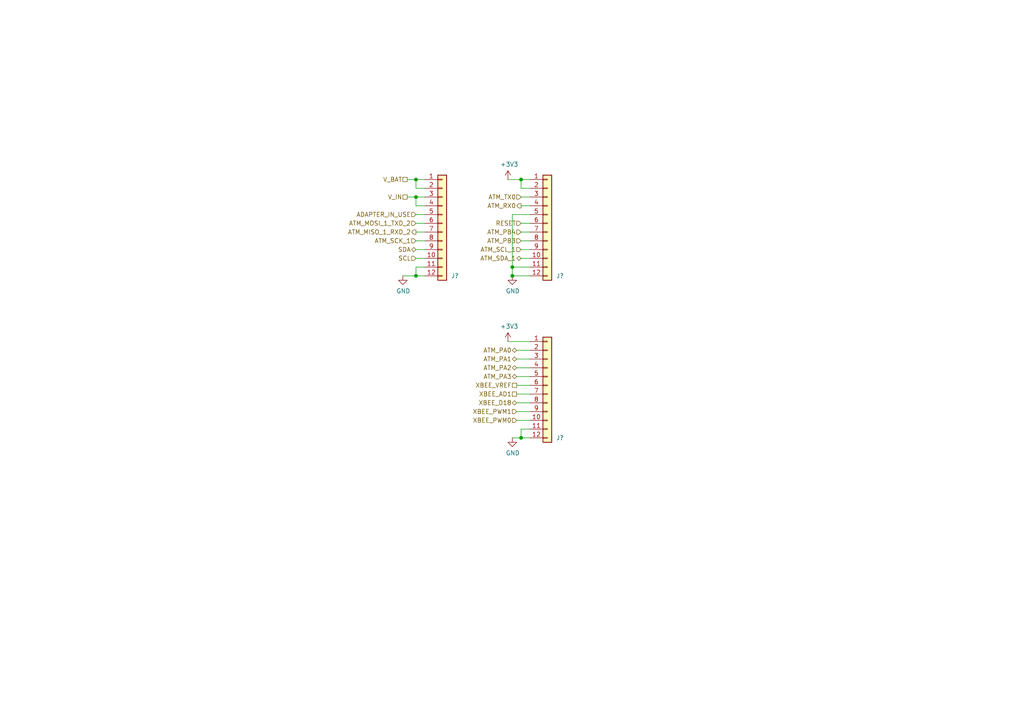
<source format=kicad_sch>
(kicad_sch (version 20211123) (generator eeschema)
  (paper "A4")
  (lib_symbols
    (symbol "Connector_Generic:Conn_01x12" (pin_names (offset 1.016) hide)
      (property "Reference" "J" (at 0 15.24 0))
      (property "Value" "Conn_01x12" (at 0 -17.78 0))
      (symbol "Conn_01x12_1_1"
        (rectangle (start -1.27 -15.113) (end 0 -15.367) (stroke (width 0.1524)))
        (rectangle (start -1.27 -12.573) (end 0 -12.827) (stroke (width 0.1524)))
        (rectangle (start -1.27 -10.033) (end 0 -10.287) (stroke (width 0.1524)))
        (rectangle (start -1.27 -7.493) (end 0 -7.747) (stroke (width 0.1524)))
        (rectangle (start -1.27 -4.953) (end 0 -5.207) (stroke (width 0.1524)))
        (rectangle (start -1.27 -2.413) (end 0 -2.667) (stroke (width 0.1524)))
        (rectangle (start -1.27 0.127) (end 0 -0.127) (stroke (width 0.1524)))
        (rectangle (start -1.27 2.667) (end 0 2.413) (stroke (width 0.1524)))
        (rectangle (start -1.27 5.207) (end 0 4.953) (stroke (width 0.1524)))
        (rectangle (start -1.27 7.747) (end 0 7.493) (stroke (width 0.1524)))
        (rectangle (start -1.27 10.287) (end 0 10.033) (stroke (width 0.1524)))
        (rectangle (start -1.27 12.827) (end 0 12.573) (stroke (width 0.1524)))
        (rectangle (start -1.27 13.97) (end 1.27 -16.51) (stroke (width 0.254)) (fill (type background)))
        (pin passive line (at -5.08 12.7 0) (length 3.81) (name "Pin_1") (number "1"))
        (pin passive line (at -5.08 -10.16 0) (length 3.81) (name "Pin_10") (number "10"))
        (pin passive line (at -5.08 -12.7 0) (length 3.81) (name "Pin_11") (number "11"))
        (pin passive line (at -5.08 -15.24 0) (length 3.81) (name "Pin_12") (number "12"))
        (pin passive line (at -5.08 10.16 0) (length 3.81) (name "Pin_2") (number "2"))
        (pin passive line (at -5.08 7.62 0) (length 3.81) (name "Pin_3") (number "3"))
        (pin passive line (at -5.08 5.08 0) (length 3.81) (name "Pin_4") (number "4"))
        (pin passive line (at -5.08 2.54 0) (length 3.81) (name "Pin_5") (number "5"))
        (pin passive line (at -5.08 0 0) (length 3.81) (name "Pin_6") (number "6"))
        (pin passive line (at -5.08 -2.54 0) (length 3.81) (name "Pin_7") (number "7"))
        (pin passive line (at -5.08 -5.08 0) (length 3.81) (name "Pin_8") (number "8"))
        (pin passive line (at -5.08 -7.62 0) (length 3.81) (name "Pin_9") (number "9"))
      )
    )
    (symbol "power:+3.3V" (power) (pin_names (offset 0))
      (property "Value" "+3.3V" (at 0 3.556 0))
      (symbol "+3.3V_0_1"
        (polyline (pts (xy -0.762 1.27) (xy 0 2.54)))
        (polyline (pts (xy 0 0) (xy 0 2.54)))
        (polyline (pts (xy 0 2.54) (xy 0.762 1.27)))
      )
      (symbol "+3.3V_1_1"
        (pin power_in line (at 0 0 90) (length 0) hide (name "+3V3") (number "1"))
      )
    )
    (symbol "power:GND" (power) (pin_names (offset 0))
      (property "Value" "GND" (at 0 -3.81 0))
      (symbol "GND_0_1"
        (polyline (pts (xy 0 0) (xy 0 -1.27) (xy 1.27 -1.27) (xy 0 -2.54) (xy -1.27 -1.27) (xy 0 -1.27)))
      )
      (symbol "GND_1_1"
        (pin power_in line (at 0 0 270) (length 0) hide (name "GND") (number "1"))
      )
    )
  )
  (junction (at 148.59 80.01))
  (junction (at 120.65 52.07))
  (junction (at 120.65 57.15))
  (junction (at 151.13 127))
  (junction (at 148.59 77.47))
  (junction (at 120.65 80.01))
  (junction (at 151.13 52.07))
  (wire (pts (xy 120.65 52.07) (xy 120.65 54.61)))
  (wire (pts (xy 149.86 121.92) (xy 153.67 121.92)))
  (wire (pts (xy 123.19 59.69) (xy 120.65 59.69)))
  (wire (pts (xy 123.19 77.47) (xy 120.65 77.47)))
  (wire (pts (xy 147.32 99.06) (xy 153.67 99.06)))
  (wire (pts (xy 151.13 72.39) (xy 153.67 72.39)))
  (wire (pts (xy 120.65 62.23) (xy 123.19 62.23)))
  (wire (pts (xy 148.59 77.47) (xy 148.59 80.01)))
  (wire (pts (xy 123.19 69.85) (xy 120.65 69.85)))
  (wire (pts (xy 123.19 74.93) (xy 120.65 74.93)))
  (wire (pts (xy 148.59 62.23) (xy 148.59 77.47)))
  (wire (pts (xy 151.13 64.77) (xy 153.67 64.77)))
  (wire (pts (xy 120.65 72.39) (xy 123.19 72.39)))
  (wire (pts (xy 120.65 80.01) (xy 123.19 80.01)))
  (wire (pts (xy 153.67 77.47) (xy 148.59 77.47)))
  (wire (pts (xy 123.19 54.61) (xy 120.65 54.61)))
  (wire (pts (xy 149.86 104.14) (xy 153.67 104.14)))
  (wire (pts (xy 153.67 62.23) (xy 148.59 62.23)))
  (wire (pts (xy 149.86 116.84) (xy 153.67 116.84)))
  (wire (pts (xy 149.86 101.6) (xy 153.67 101.6)))
  (wire (pts (xy 116.84 80.01) (xy 120.65 80.01)))
  (wire (pts (xy 151.13 54.61) (xy 151.13 52.07)))
  (wire (pts (xy 153.67 109.22) (xy 149.86 109.22)))
  (wire (pts (xy 149.86 114.3) (xy 153.67 114.3)))
  (wire (pts (xy 120.65 77.47) (xy 120.65 80.01)))
  (wire (pts (xy 151.13 57.15) (xy 153.67 57.15)))
  (wire (pts (xy 148.59 127) (xy 151.13 127)))
  (wire (pts (xy 151.13 127) (xy 153.67 127)))
  (wire (pts (xy 123.19 64.77) (xy 120.65 64.77)))
  (wire (pts (xy 120.65 57.15) (xy 123.19 57.15)))
  (wire (pts (xy 149.86 106.68) (xy 153.67 106.68)))
  (wire (pts (xy 120.65 67.31) (xy 123.19 67.31)))
  (wire (pts (xy 151.13 52.07) (xy 153.67 52.07)))
  (wire (pts (xy 151.13 124.46) (xy 151.13 127)))
  (wire (pts (xy 153.67 59.69) (xy 151.13 59.69)))
  (wire (pts (xy 147.32 52.07) (xy 151.13 52.07)))
  (wire (pts (xy 118.11 57.15) (xy 120.65 57.15)))
  (wire (pts (xy 153.67 54.61) (xy 151.13 54.61)))
  (wire (pts (xy 153.67 67.31) (xy 151.13 67.31)))
  (wire (pts (xy 153.67 119.38) (xy 149.86 119.38)))
  (wire (pts (xy 151.13 69.85) (xy 153.67 69.85)))
  (wire (pts (xy 148.59 80.01) (xy 153.67 80.01)))
  (wire (pts (xy 153.67 74.93) (xy 151.13 74.93)))
  (wire (pts (xy 153.67 111.76) (xy 149.86 111.76)))
  (wire (pts (xy 118.11 52.07) (xy 120.65 52.07)))
  (wire (pts (xy 151.13 124.46) (xy 153.67 124.46)))
  (wire (pts (xy 120.65 59.69) (xy 120.65 57.15)))
  (wire (pts (xy 120.65 52.07) (xy 123.19 52.07)))
  (hierarchical_label "XBEE_AD1" (shape passive) (at 149.86 114.3 180))
  (hierarchical_label "XBEE_VREF" (shape passive) (at 149.86 111.76 180))
  (hierarchical_label "ATM_PA1" (shape tri_state) (at 149.86 104.14 180))
  (hierarchical_label "ATM_PB3" (shape input) (at 151.13 69.85 180))
  (hierarchical_label "ATM_RX0" (shape output) (at 151.13 59.69 180))
  (hierarchical_label "ATM_MOSI_1_TXD_2" (shape input) (at 120.65 64.77 180))
  (hierarchical_label "XBEE_PWM0" (shape input) (at 149.86 121.92 180))
  (hierarchical_label "XBEE_D18" (shape bidirectional) (at 149.86 116.84 180))
  (hierarchical_label "ATM_SCL_1" (shape input) (at 151.13 72.39 180))
  (hierarchical_label "ATM_TX0" (shape input) (at 151.13 57.15 180))
  (hierarchical_label "V_BAT" (shape passive) (at 118.11 52.07 180))
  (hierarchical_label "V_IN" (shape passive) (at 118.11 57.15 180))
  (hierarchical_label "ATM_PB4" (shape input) (at 151.13 67.31 180))
  (hierarchical_label "RESET" (shape input) (at 151.13 64.77 180))
  (hierarchical_label "SCL" (shape input) (at 120.65 74.93 180))
  (hierarchical_label "ATM_MISO_1_RXD_2" (shape output) (at 120.65 67.31 180))
  (hierarchical_label "ATM_PA3" (shape tri_state) (at 149.86 109.22 180))
  (hierarchical_label "ATM_PA2" (shape tri_state) (at 149.86 106.68 180))
  (hierarchical_label "ATM_SCK_1" (shape input) (at 120.65 69.85 180))
  (hierarchical_label "ATM_SDA_1" (shape bidirectional) (at 151.13 74.93 180))
  (hierarchical_label "XBEE_PWM1" (shape input) (at 149.86 119.38 180))
  (hierarchical_label "ATM_PA0" (shape tri_state) (at 149.86 101.6 180))
  (hierarchical_label "SDA" (shape bidirectional) (at 120.65 72.39 180))
  (hierarchical_label "ADAPTER_IN_USE" (shape input) (at 120.65 62.23 180))
  (symbol (lib_id "Connector_Generic:Conn_01x12") (at 128.27 64.77 0) (unit 1)
    (property "Reference" "J?" (at 130.81 80.01 0) (effects (justify left)))
  )
  (symbol (lib_id "Connector_Generic:Conn_01x12") (at 158.75 64.77 0) (unit 1)
    (property "Reference" "J?" (at 161.29 80.01 0) (effects (justify left)))
  )
  (symbol (lib_id "Connector_Generic:Conn_01x12") (at 158.75 111.76 0) (unit 1)
    (property "Reference" "J?" (at 161.29 127 0) (effects (justify left)))
  )
  (symbol (lib_id "power:GND") (at 116.84 80.01 0) (unit 1)
    (property "Reference" "#PWR?" (effects hide))
  )
  (symbol (lib_id "power:GND") (at 148.59 127 0) (unit 1)
    (property "Reference" "#PWR?" (effects hide))
  )
  (symbol (lib_id "power:+3.3V") (at 147.32 99.06 0) (unit 1)
    (property "Reference" "#PWR?" (effects hide))
  )
  (symbol (lib_id "power:GND") (at 148.59 80.01 0) (unit 1)
    (property "Reference" "#PWR?" (effects hide))
  )
  (symbol (lib_id "power:+3.3V") (at 147.32 52.07 0) (unit 1)
    (property "Reference" "#PWR?" (effects hide))
  )
)
</source>
